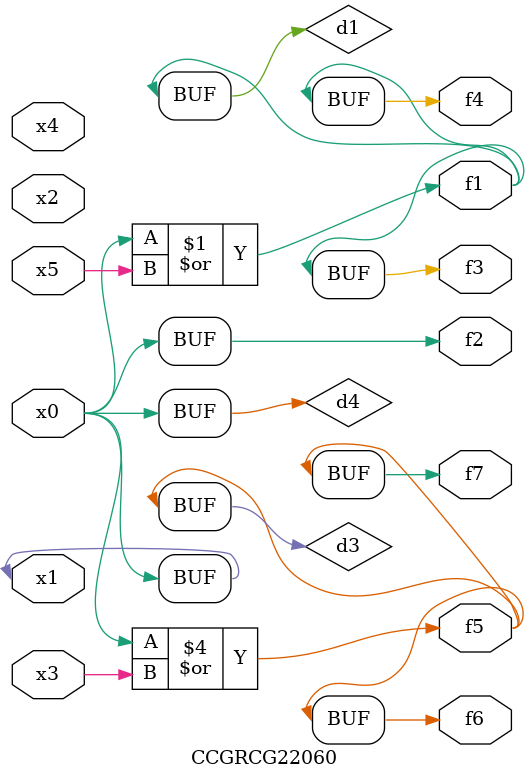
<source format=v>
module CCGRCG22060(
	input x0, x1, x2, x3, x4, x5,
	output f1, f2, f3, f4, f5, f6, f7
);

	wire d1, d2, d3, d4;

	or (d1, x0, x5);
	xnor (d2, x1, x4);
	or (d3, x0, x3);
	buf (d4, x0, x1);
	assign f1 = d1;
	assign f2 = d4;
	assign f3 = d1;
	assign f4 = d1;
	assign f5 = d3;
	assign f6 = d3;
	assign f7 = d3;
endmodule

</source>
